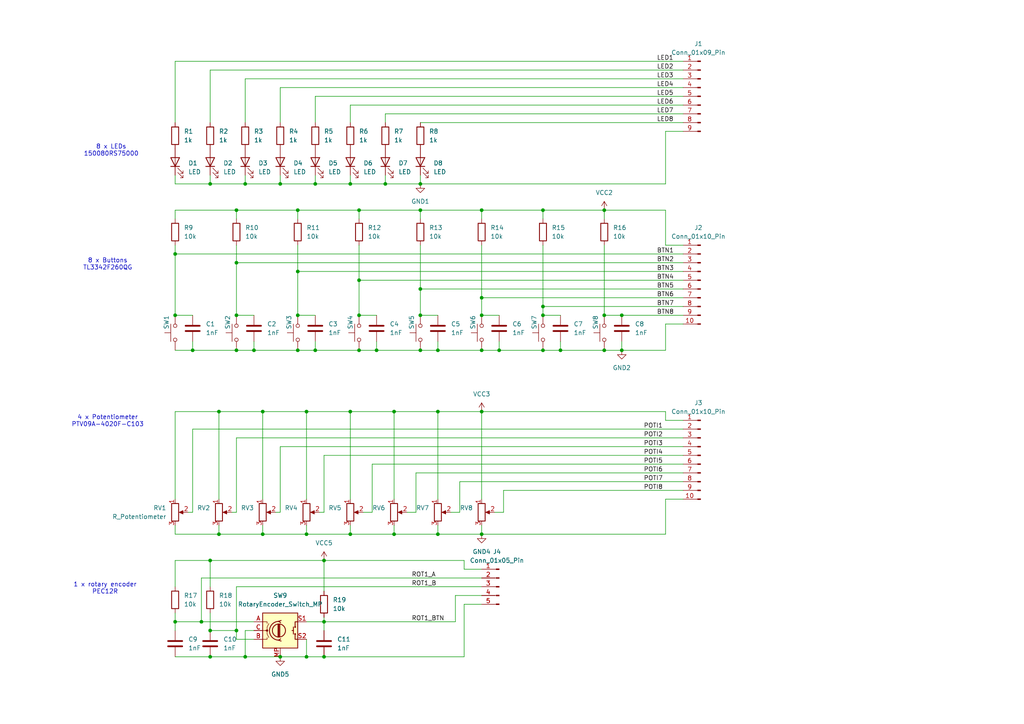
<source format=kicad_sch>
(kicad_sch (version 20231120) (generator "eeschema") (generator_version "8.0")
  (paper "A4")
  (title_block (title "simple user interface") (date "2024-08-25") (rev "a") (company "MEgli"))
  (lib_symbols
    (symbol "Connector:Conn_01x05_Pin" (pin_names (offset 1.016) hide)
      (property "Reference" "J" (at 0 7.62 0))
      (property "Value" "Conn_01x05_Pin" (at 0 -7.62 0))
      (symbol "Conn_01x05_Pin_1_1"
        (polyline (pts (xy 1.27 -5.08) (xy 0.8636 -5.08)) (stroke (width 0.1524)))
        (polyline (pts (xy 1.27 -2.54) (xy 0.8636 -2.54)) (stroke (width 0.1524)))
        (polyline (pts (xy 1.27 0) (xy 0.8636 0)) (stroke (width 0.1524)))
        (polyline (pts (xy 1.27 2.54) (xy 0.8636 2.54)) (stroke (width 0.1524)))
        (polyline (pts (xy 1.27 5.08) (xy 0.8636 5.08)) (stroke (width 0.1524)))
        (rectangle (start 0.8636 -4.953) (end 0 -5.207) (stroke (width 0.1524)) (fill (type outline)))
        (rectangle (start 0.8636 -2.413) (end 0 -2.667) (stroke (width 0.1524)) (fill (type outline)))
        (rectangle (start 0.8636 0.127) (end 0 -0.127) (stroke (width 0.1524)) (fill (type outline)))
        (rectangle (start 0.8636 2.667) (end 0 2.413) (stroke (width 0.1524)) (fill (type outline)))
        (rectangle (start 0.8636 5.207) (end 0 4.953) (stroke (width 0.1524)) (fill (type outline)))
        (pin passive line (at 5.08 5.08 180) (length 3.81) (name "Pin_1") (number "1"))
        (pin passive line (at 5.08 2.54 180) (length 3.81) (name "Pin_2") (number "2"))
        (pin passive line (at 5.08 0 180) (length 3.81) (name "Pin_3") (number "3"))
        (pin passive line (at 5.08 -2.54 180) (length 3.81) (name "Pin_4") (number "4"))
        (pin passive line (at 5.08 -5.08 180) (length 3.81) (name "Pin_5") (number "5"))
      )
    )
    (symbol "Connector:Conn_01x09_Pin" (pin_names (offset 1.016) hide)
      (property "Reference" "J" (at 0 12.7 0))
      (property "Value" "Conn_01x09_Pin" (at 0 -12.7 0))
      (symbol "Conn_01x09_Pin_1_1"
        (polyline (pts (xy 1.27 -10.16) (xy 0.8636 -10.16)) (stroke (width 0.1524)))
        (polyline (pts (xy 1.27 -7.62) (xy 0.8636 -7.62)) (stroke (width 0.1524)))
        (polyline (pts (xy 1.27 -5.08) (xy 0.8636 -5.08)) (stroke (width 0.1524)))
        (polyline (pts (xy 1.27 -2.54) (xy 0.8636 -2.54)) (stroke (width 0.1524)))
        (polyline (pts (xy 1.27 0) (xy 0.8636 0)) (stroke (width 0.1524)))
        (polyline (pts (xy 1.27 2.54) (xy 0.8636 2.54)) (stroke (width 0.1524)))
        (polyline (pts (xy 1.27 5.08) (xy 0.8636 5.08)) (stroke (width 0.1524)))
        (polyline (pts (xy 1.27 7.62) (xy 0.8636 7.62)) (stroke (width 0.1524)))
        (polyline (pts (xy 1.27 10.16) (xy 0.8636 10.16)) (stroke (width 0.1524)))
        (rectangle (start 0.8636 -10.033) (end 0 -10.287) (stroke (width 0.1524)) (fill (type outline)))
        (rectangle (start 0.8636 -7.493) (end 0 -7.747) (stroke (width 0.1524)) (fill (type outline)))
        (rectangle (start 0.8636 -4.953) (end 0 -5.207) (stroke (width 0.1524)) (fill (type outline)))
        (rectangle (start 0.8636 -2.413) (end 0 -2.667) (stroke (width 0.1524)) (fill (type outline)))
        (rectangle (start 0.8636 0.127) (end 0 -0.127) (stroke (width 0.1524)) (fill (type outline)))
        (rectangle (start 0.8636 2.667) (end 0 2.413) (stroke (width 0.1524)) (fill (type outline)))
        (rectangle (start 0.8636 5.207) (end 0 4.953) (stroke (width 0.1524)) (fill (type outline)))
        (rectangle (start 0.8636 7.747) (end 0 7.493) (stroke (width 0.1524)) (fill (type outline)))
        (rectangle (start 0.8636 10.287) (end 0 10.033) (stroke (width 0.1524)) (fill (type outline)))
        (pin passive line (at 5.08 10.16 180) (length 3.81) (name "Pin_1") (number "1"))
        (pin passive line (at 5.08 7.62 180) (length 3.81) (name "Pin_2") (number "2"))
        (pin passive line (at 5.08 5.08 180) (length 3.81) (name "Pin_3") (number "3"))
        (pin passive line (at 5.08 2.54 180) (length 3.81) (name "Pin_4") (number "4"))
        (pin passive line (at 5.08 0 180) (length 3.81) (name "Pin_5") (number "5"))
        (pin passive line (at 5.08 -2.54 180) (length 3.81) (name "Pin_6") (number "6"))
        (pin passive line (at 5.08 -5.08 180) (length 3.81) (name "Pin_7") (number "7"))
        (pin passive line (at 5.08 -7.62 180) (length 3.81) (name "Pin_8") (number "8"))
        (pin passive line (at 5.08 -10.16 180) (length 3.81) (name "Pin_9") (number "9"))
      )
    )
    (symbol "Connector:Conn_01x10_Pin" (pin_names (offset 1.016) hide)
      (property "Reference" "J" (at 0 12.7 0))
      (property "Value" "Conn_01x10_Pin" (at 0 -15.24 0))
      (symbol "Conn_01x10_Pin_1_1"
        (polyline (pts (xy 1.27 -12.7) (xy 0.8636 -12.7)) (stroke (width 0.1524)))
        (polyline (pts (xy 1.27 -10.16) (xy 0.8636 -10.16)) (stroke (width 0.1524)))
        (polyline (pts (xy 1.27 -7.62) (xy 0.8636 -7.62)) (stroke (width 0.1524)))
        (polyline (pts (xy 1.27 -5.08) (xy 0.8636 -5.08)) (stroke (width 0.1524)))
        (polyline (pts (xy 1.27 -2.54) (xy 0.8636 -2.54)) (stroke (width 0.1524)))
        (polyline (pts (xy 1.27 0) (xy 0.8636 0)) (stroke (width 0.1524)))
        (polyline (pts (xy 1.27 2.54) (xy 0.8636 2.54)) (stroke (width 0.1524)))
        (polyline (pts (xy 1.27 5.08) (xy 0.8636 5.08)) (stroke (width 0.1524)))
        (polyline (pts (xy 1.27 7.62) (xy 0.8636 7.62)) (stroke (width 0.1524)))
        (polyline (pts (xy 1.27 10.16) (xy 0.8636 10.16)) (stroke (width 0.1524)))
        (rectangle (start 0.8636 -12.573) (end 0 -12.827) (stroke (width 0.1524)) (fill (type outline)))
        (rectangle (start 0.8636 -10.033) (end 0 -10.287) (stroke (width 0.1524)) (fill (type outline)))
        (rectangle (start 0.8636 -7.493) (end 0 -7.747) (stroke (width 0.1524)) (fill (type outline)))
        (rectangle (start 0.8636 -4.953) (end 0 -5.207) (stroke (width 0.1524)) (fill (type outline)))
        (rectangle (start 0.8636 -2.413) (end 0 -2.667) (stroke (width 0.1524)) (fill (type outline)))
        (rectangle (start 0.8636 0.127) (end 0 -0.127) (stroke (width 0.1524)) (fill (type outline)))
        (rectangle (start 0.8636 2.667) (end 0 2.413) (stroke (width 0.1524)) (fill (type outline)))
        (rectangle (start 0.8636 5.207) (end 0 4.953) (stroke (width 0.1524)) (fill (type outline)))
        (rectangle (start 0.8636 7.747) (end 0 7.493) (stroke (width 0.1524)) (fill (type outline)))
        (rectangle (start 0.8636 10.287) (end 0 10.033) (stroke (width 0.1524)) (fill (type outline)))
        (pin passive line (at 5.08 10.16 180) (length 3.81) (name "Pin_1") (number "1"))
        (pin passive line (at 5.08 -12.7 180) (length 3.81) (name "Pin_10") (number "10"))
        (pin passive line (at 5.08 7.62 180) (length 3.81) (name "Pin_2") (number "2"))
        (pin passive line (at 5.08 5.08 180) (length 3.81) (name "Pin_3") (number "3"))
        (pin passive line (at 5.08 2.54 180) (length 3.81) (name "Pin_4") (number "4"))
        (pin passive line (at 5.08 0 180) (length 3.81) (name "Pin_5") (number "5"))
        (pin passive line (at 5.08 -2.54 180) (length 3.81) (name "Pin_6") (number "6"))
        (pin passive line (at 5.08 -5.08 180) (length 3.81) (name "Pin_7") (number "7"))
        (pin passive line (at 5.08 -7.62 180) (length 3.81) (name "Pin_8") (number "8"))
        (pin passive line (at 5.08 -10.16 180) (length 3.81) (name "Pin_9") (number "9"))
      )
    )
    (symbol "Device:C" (pin_numbers hide) (pin_names (offset 0.254))
      (property "Reference" "C" (at 0.635 2.54 0))
      (property "Value" "C" (at 0.635 -2.54 0))
      (symbol "C_0_1"
        (polyline (pts (xy -2.032 -0.762) (xy 2.032 -0.762)) (stroke (width 0.508)))
        (polyline (pts (xy -2.032 0.762) (xy 2.032 0.762)) (stroke (width 0.508)))
      )
      (symbol "C_1_1"
        (pin passive line (at 0 3.81 270) (length 2.794) (name "~") (number "1"))
        (pin passive line (at 0 -3.81 90) (length 2.794) (name "~") (number "2"))
      )
    )
    (symbol "Device:LED" (pin_numbers hide) (pin_names (offset 1.016) hide)
      (property "Reference" "D" (at 0 2.54 0))
      (property "Value" "LED" (at 0 -2.54 0))
      (symbol "LED_0_1"
        (polyline (pts (xy -1.27 -1.27) (xy -1.27 1.27)) (stroke (width 0.254)))
        (polyline (pts (xy -1.27 0) (xy 1.27 0)))
        (polyline (pts (xy 1.27 -1.27) (xy 1.27 1.27) (xy -1.27 0) (xy 1.27 -1.27)) (stroke (width 0.254)))
        (polyline (pts (xy -3.048 -0.762) (xy -4.572 -2.286) (xy -3.81 -2.286) (xy -4.572 -2.286) (xy -4.572 -1.524)))
        (polyline (pts (xy -1.778 -0.762) (xy -3.302 -2.286) (xy -2.54 -2.286) (xy -3.302 -2.286) (xy -3.302 -1.524)))
      )
      (symbol "LED_1_1"
        (pin passive line (at -3.81 0 0) (length 2.54) (name "K") (number "1"))
        (pin passive line (at 3.81 0 180) (length 2.54) (name "A") (number "2"))
      )
    )
    (symbol "Device:R" (pin_numbers hide) (pin_names (offset 0))
      (property "Reference" "R" (at 2.032 0 90))
      (property "Value" "R" (at 0 0 90))
      (symbol "R_0_1"
        (rectangle (start -1.016 -2.54) (end 1.016 2.54) (stroke (width 0.254)))
      )
      (symbol "R_1_1"
        (pin passive line (at 0 3.81 270) (length 1.27) (name "~") (number "1"))
        (pin passive line (at 0 -3.81 90) (length 1.27) (name "~") (number "2"))
      )
    )
    (symbol "Device:R_Potentiometer" (pin_names (offset 1.016) hide)
      (property "Reference" "RV" (at -4.445 0 90))
      (property "Value" "R_Potentiometer" (at -2.54 0 90))
      (symbol "R_Potentiometer_0_1"
        (polyline (pts (xy 2.54 0) (xy 1.524 0)))
        (polyline (pts (xy 1.143 0) (xy 2.286 0.508) (xy 2.286 -0.508) (xy 1.143 0)) (fill (type outline)))
        (rectangle (start 1.016 2.54) (end -1.016 -2.54) (stroke (width 0.254)))
      )
      (symbol "R_Potentiometer_1_1"
        (pin passive line (at 0 3.81 270) (length 1.27) (name "1") (number "1"))
        (pin passive line (at 3.81 0 180) (length 1.27) (name "2") (number "2"))
        (pin passive line (at 0 -3.81 90) (length 1.27) (name "3") (number "3"))
      )
    )
    (symbol "Device:RotaryEncoder_Switch_MP" (pin_names (offset 0.254) hide)
      (property "Reference" "SW" (at 0 8.89 0))
      (property "Value" "RotaryEncoder_Switch_MP" (at 0 6.35 0))
      (symbol "RotaryEncoder_Switch_MP_0_1"
        (rectangle (start -5.08 5.08) (end 5.08 -5.08) (stroke (width 0.254)) (fill (type background)))
        (circle (center -3.81 0) (radius 0.254) (fill (type outline)))
        (circle (center -0.381 0) (radius 1.905) (stroke (width 0.254)))
        (arc (start -0.381 2.667) (mid -3.0988 -0.0635) (end -0.381 -2.794) (stroke (width 0.254)))
        (polyline (pts (xy -0.635 -1.778) (xy -0.635 1.778)) (stroke (width 0.254)))
        (polyline (pts (xy -0.381 -1.778) (xy -0.381 1.778)) (stroke (width 0.254)))
        (polyline (pts (xy -0.127 1.778) (xy -0.127 -1.778)) (stroke (width 0.254)))
        (polyline (pts (xy 3.81 0) (xy 3.429 0)) (stroke (width 0.254)))
        (polyline (pts (xy 3.81 1.016) (xy 3.81 -1.016)) (stroke (width 0.254)))
        (polyline (pts (xy -5.08 -2.54) (xy -3.81 -2.54) (xy -3.81 -2.032)))
        (polyline (pts (xy -5.08 2.54) (xy -3.81 2.54) (xy -3.81 2.032)))
        (polyline (pts (xy 0.254 -3.048) (xy -0.508 -2.794) (xy 0.127 -2.413)) (stroke (width 0.254)))
        (polyline (pts (xy 0.254 2.921) (xy -0.508 2.667) (xy 0.127 2.286)) (stroke (width 0.254)))
        (polyline (pts (xy 5.08 -2.54) (xy 4.318 -2.54) (xy 4.318 -1.016)) (stroke (width 0.254)))
        (polyline (pts (xy 5.08 2.54) (xy 4.318 2.54) (xy 4.318 1.016)) (stroke (width 0.254)))
        (polyline (pts (xy -5.08 0) (xy -3.81 0) (xy -3.81 -1.016) (xy -3.302 -2.032)))
        (polyline (pts (xy -4.318 0) (xy -3.81 0) (xy -3.81 1.016) (xy -3.302 2.032)))
        (circle (center 4.318 -1.016) (radius 0.127) (stroke (width 0.254)))
        (circle (center 4.318 1.016) (radius 0.127) (stroke (width 0.254)))
      )
      (symbol "RotaryEncoder_Switch_MP_1_1"
        (pin passive line (at -7.62 2.54 0) (length 2.54) (name "A") (number "A"))
        (pin passive line (at -7.62 -2.54 0) (length 2.54) (name "B") (number "B"))
        (pin passive line (at -7.62 0 0) (length 2.54) (name "C") (number "C"))
        (pin passive line (at 0 -7.62 90) (length 2.54) (name "MP") (number "MP"))
        (pin passive line (at 7.62 2.54 180) (length 2.54) (name "S1") (number "S1"))
        (pin passive line (at 7.62 -2.54 180) (length 2.54) (name "S2") (number "S2"))
      )
    )
    (symbol "Switch:SW_Push" (pin_numbers hide) (pin_names (offset 1.016) hide)
      (property "Reference" "SW" (at 1.27 2.54 0))
      (property "Value" "SW_Push" (at 0 -1.524 0))
      (symbol "SW_Push_0_1"
        (circle (center -2.032 0) (radius 0.508))
        (polyline (pts (xy 0 1.27) (xy 0 3.048)))
        (polyline (pts (xy 2.54 1.27) (xy -2.54 1.27)))
        (circle (center 2.032 0) (radius 0.508))
        (pin passive line (at -5.08 0 0) (length 2.54) (name "1") (number "1"))
        (pin passive line (at 5.08 0 180) (length 2.54) (name "2") (number "2"))
      )
    )
    (symbol "power:GND" (power) (pin_numbers hide) (pin_names (offset 0) hide)
      (property "Value" "GND" (at 0 -3.81 0))
      (symbol "GND_0_1"
        (polyline (pts (xy 0 0) (xy 0 -1.27) (xy 1.27 -1.27) (xy 0 -2.54) (xy -1.27 -1.27) (xy 0 -1.27)))
      )
      (symbol "GND_1_1"
        (pin power_in line (at 0 0 270) (length 0) (name "~") (number "1"))
      )
    )
    (symbol "power:VCC" (power) (pin_numbers hide) (pin_names (offset 0) hide)
      (property "Value" "VCC" (at 0 3.556 0))
      (symbol "VCC_0_1"
        (polyline (pts (xy -0.762 1.27) (xy 0 2.54)))
        (polyline (pts (xy 0 0) (xy 0 2.54)))
        (polyline (pts (xy 0 2.54) (xy 0.762 1.27)))
      )
      (symbol "VCC_1_1"
        (pin power_in line (at 0 0 90) (length 0) (name "~") (number "1"))
      )
    )
  )
  (junction (at 121.92 91.44))
  (junction (at 73.66 101.6))
  (junction (at 63.5 154.94))
  (junction (at 63.5 119.38))
  (junction (at 175.26 60.96))
  (junction (at 58.42 180.34))
  (junction (at 60.96 162.56))
  (junction (at 114.3 154.94))
  (junction (at 91.44 53.34))
  (junction (at 50.8 91.44))
  (junction (at 101.6 119.38))
  (junction (at 86.36 101.6))
  (junction (at 104.14 91.44))
  (junction (at 88.9 119.38))
  (junction (at 139.7 154.94))
  (junction (at 71.12 53.34))
  (junction (at 109.22 101.6))
  (junction (at 121.92 101.6))
  (junction (at 127 101.6))
  (junction (at 139.7 91.44))
  (junction (at 88.9 154.94))
  (junction (at 157.48 91.44))
  (junction (at 71.12 190.5))
  (junction (at 86.36 60.96))
  (junction (at 162.56 101.6))
  (junction (at 180.34 91.44))
  (junction (at 60.96 182.88))
  (junction (at 104.14 81.28))
  (junction (at 144.78 101.6))
  (junction (at 91.44 101.6))
  (junction (at 50.8 73.66))
  (junction (at 127 119.38))
  (junction (at 157.48 101.6))
  (junction (at 139.7 119.38))
  (junction (at 157.48 60.96))
  (junction (at 101.6 53.34))
  (junction (at 55.88 101.6))
  (junction (at 68.58 101.6))
  (junction (at 139.7 101.6))
  (junction (at 76.2 119.38))
  (junction (at 93.98 162.56))
  (junction (at 175.26 101.6))
  (junction (at 68.58 182.88))
  (junction (at 50.8 180.34))
  (junction (at 139.7 60.96))
  (junction (at 180.34 101.6))
  (junction (at 68.58 76.2))
  (junction (at 127 154.94))
  (junction (at 68.58 60.96))
  (junction (at 86.36 91.44))
  (junction (at 76.2 154.94))
  (junction (at 88.9 190.5))
  (junction (at 121.92 83.82))
  (junction (at 101.6 154.94))
  (junction (at 121.92 60.96))
  (junction (at 104.14 60.96))
  (junction (at 81.28 190.5))
  (junction (at 93.98 190.5))
  (junction (at 86.36 78.74))
  (junction (at 60.96 53.34))
  (junction (at 93.98 180.34))
  (junction (at 114.3 119.38))
  (junction (at 104.14 101.6))
  (junction (at 157.48 88.9))
  (junction (at 60.96 190.5))
  (junction (at 139.7 86.36))
  (junction (at 111.76 53.34))
  (junction (at 68.58 91.44))
  (junction (at 81.28 53.34))
  (junction (at 121.92 53.34))
  (junction (at 175.26 91.44))
  (wire (pts (xy 139.7 119.38) (xy 193.04 119.38)))
  (wire (pts (xy 73.66 99.06) (xy 73.66 101.6)))
  (wire (pts (xy 134.62 165.1) (xy 134.62 162.56)))
  (wire (pts (xy 91.44 91.44) (xy 86.36 91.44)))
  (wire (pts (xy 104.14 81.28) (xy 198.12 81.28)))
  (wire (pts (xy 71.12 53.34) (xy 81.28 53.34)))
  (wire (pts (xy 130.81 148.59) (xy 133.35 148.59)))
  (wire (pts (xy 114.3 152.4) (xy 114.3 154.94)))
  (wire (pts (xy 114.3 119.38) (xy 127 119.38)))
  (wire (pts (xy 76.2 152.4) (xy 76.2 154.94)))
  (wire (pts (xy 101.6 154.94) (xy 114.3 154.94)))
  (wire (pts (xy 175.26 101.6) (xy 180.34 101.6)))
  (wire (pts (xy 193.04 38.1) (xy 193.04 53.34)))
  (wire (pts (xy 134.62 165.1) (xy 139.7 165.1)))
  (wire (pts (xy 63.5 119.38) (xy 76.2 119.38)))
  (wire (pts (xy 60.96 35.56) (xy 60.96 20.32)))
  (wire (pts (xy 104.14 81.28) (xy 104.14 91.44)))
  (wire (pts (xy 157.48 88.9) (xy 157.48 91.44)))
  (wire (pts (xy 50.8 190.5) (xy 60.96 190.5)))
  (wire (pts (xy 50.8 50.8) (xy 50.8 53.34)))
  (wire (pts (xy 86.36 101.6) (xy 91.44 101.6)))
  (wire (pts (xy 180.34 101.6) (xy 193.04 101.6)))
  (wire (pts (xy 50.8 53.34) (xy 60.96 53.34)))
  (wire (pts (xy 55.88 91.44) (xy 50.8 91.44)))
  (wire (pts (xy 175.26 71.12) (xy 175.26 91.44)))
  (wire (pts (xy 175.26 60.96) (xy 175.26 63.5)))
  (wire (pts (xy 63.5 152.4) (xy 63.5 154.94)))
  (wire (pts (xy 139.7 172.72) (xy 132.08 172.72)))
  (wire (pts (xy 63.5 154.94) (xy 76.2 154.94)))
  (wire (pts (xy 50.8 101.6) (xy 55.88 101.6)))
  (wire (pts (xy 120.65 148.59) (xy 120.65 137.16)))
  (wire (pts (xy 109.22 101.6) (xy 121.92 101.6)))
  (wire (pts (xy 68.58 148.59) (xy 68.58 127)))
  (wire (pts (xy 127 154.94) (xy 139.7 154.94)))
  (wire (pts (xy 127 119.38) (xy 139.7 119.38)))
  (wire (pts (xy 93.98 180.34) (xy 93.98 182.88)))
  (wire (pts (xy 50.8 71.12) (xy 50.8 73.66)))
  (wire (pts (xy 68.58 182.88) (xy 68.58 170.18)))
  (wire (pts (xy 50.8 152.4) (xy 50.8 154.94)))
  (wire (pts (xy 63.5 144.78) (xy 63.5 119.38)))
  (wire (pts (xy 91.44 50.8) (xy 91.44 53.34)))
  (wire (pts (xy 88.9 119.38) (xy 101.6 119.38)))
  (wire (pts (xy 60.96 182.88) (xy 68.58 182.88)))
  (wire (pts (xy 180.34 99.06) (xy 180.34 101.6)))
  (wire (pts (xy 162.56 99.06) (xy 162.56 101.6)))
  (wire (pts (xy 88.9 185.42) (xy 88.9 190.5)))
  (wire (pts (xy 50.8 60.96) (xy 50.8 63.5)))
  (wire (pts (xy 71.12 22.86) (xy 71.12 35.56)))
  (wire (pts (xy 68.58 71.12) (xy 68.58 76.2)))
  (wire (pts (xy 104.14 60.96) (xy 104.14 63.5)))
  (wire (pts (xy 60.96 50.8) (xy 60.96 53.34)))
  (wire (pts (xy 143.51 148.59) (xy 146.05 148.59)))
  (wire (pts (xy 175.26 60.96) (xy 193.04 60.96)))
  (wire (pts (xy 81.28 25.4) (xy 198.12 25.4)))
  (wire (pts (xy 198.12 71.12) (xy 193.04 71.12)))
  (wire (pts (xy 81.28 50.8) (xy 81.28 53.34)))
  (wire (pts (xy 55.88 99.06) (xy 55.88 101.6)))
  (wire (pts (xy 114.3 119.38) (xy 114.3 144.78)))
  (wire (pts (xy 104.14 71.12) (xy 104.14 81.28)))
  (wire (pts (xy 121.92 60.96) (xy 121.92 63.5)))
  (wire (pts (xy 67.31 148.59) (xy 68.58 148.59)))
  (wire (pts (xy 144.78 99.06) (xy 144.78 101.6)))
  (wire (pts (xy 157.48 101.6) (xy 162.56 101.6)))
  (wire (pts (xy 71.12 190.5) (xy 81.28 190.5)))
  (wire (pts (xy 50.8 73.66) (xy 50.8 91.44)))
  (wire (pts (xy 139.7 86.36) (xy 198.12 86.36)))
  (wire (pts (xy 105.41 148.59) (xy 107.95 148.59)))
  (wire (pts (xy 144.78 101.6) (xy 157.48 101.6)))
  (wire (pts (xy 139.7 60.96) (xy 139.7 63.5)))
  (wire (pts (xy 146.05 148.59) (xy 146.05 142.24)))
  (wire (pts (xy 60.96 162.56) (xy 93.98 162.56)))
  (wire (pts (xy 86.36 60.96) (xy 86.36 63.5)))
  (wire (pts (xy 86.36 60.96) (xy 68.58 60.96)))
  (wire (pts (xy 198.12 33.02) (xy 111.76 33.02)))
  (wire (pts (xy 127 101.6) (xy 139.7 101.6)))
  (wire (pts (xy 101.6 50.8) (xy 101.6 53.34)))
  (wire (pts (xy 157.48 60.96) (xy 157.48 63.5)))
  (wire (pts (xy 76.2 119.38) (xy 88.9 119.38)))
  (wire (pts (xy 55.88 101.6) (xy 68.58 101.6)))
  (wire (pts (xy 133.35 139.7) (xy 198.12 139.7)))
  (wire (pts (xy 193.04 71.12) (xy 193.04 60.96)))
  (wire (pts (xy 60.96 20.32) (xy 198.12 20.32)))
  (wire (pts (xy 132.08 172.72) (xy 132.08 180.34)))
  (wire (pts (xy 50.8 170.18) (xy 50.8 162.56)))
  (wire (pts (xy 121.92 60.96) (xy 104.14 60.96)))
  (wire (pts (xy 50.8 119.38) (xy 63.5 119.38)))
  (wire (pts (xy 50.8 144.78) (xy 50.8 119.38)))
  (wire (pts (xy 101.6 119.38) (xy 101.6 144.78)))
  (wire (pts (xy 50.8 180.34) (xy 50.8 182.88)))
  (wire (pts (xy 104.14 60.96) (xy 86.36 60.96)))
  (wire (pts (xy 55.88 148.59) (xy 55.88 124.46)))
  (wire (pts (xy 101.6 53.34) (xy 111.76 53.34)))
  (wire (pts (xy 107.95 148.59) (xy 107.95 134.62)))
  (wire (pts (xy 86.36 71.12) (xy 86.36 78.74)))
  (wire (pts (xy 111.76 50.8) (xy 111.76 53.34)))
  (wire (pts (xy 146.05 142.24) (xy 198.12 142.24)))
  (wire (pts (xy 93.98 179.07) (xy 93.98 180.34)))
  (wire (pts (xy 58.42 180.34) (xy 58.42 167.64)))
  (wire (pts (xy 91.44 27.94) (xy 91.44 35.56)))
  (wire (pts (xy 198.12 144.78) (xy 193.04 144.78)))
  (wire (pts (xy 68.58 127) (xy 198.12 127)))
  (wire (pts (xy 50.8 17.78) (xy 50.8 35.56)))
  (wire (pts (xy 93.98 190.5) (xy 134.62 190.5)))
  (wire (pts (xy 93.98 148.59) (xy 93.98 132.08)))
  (wire (pts (xy 91.44 53.34) (xy 101.6 53.34)))
  (wire (pts (xy 139.7 60.96) (xy 121.92 60.96)))
  (wire (pts (xy 198.12 121.92) (xy 193.04 121.92)))
  (wire (pts (xy 193.04 144.78) (xy 193.04 154.94)))
  (wire (pts (xy 68.58 76.2) (xy 198.12 76.2)))
  (wire (pts (xy 92.71 148.59) (xy 93.98 148.59)))
  (wire (pts (xy 162.56 101.6) (xy 175.26 101.6)))
  (wire (pts (xy 139.7 101.6) (xy 144.78 101.6)))
  (wire (pts (xy 139.7 119.38) (xy 139.7 144.78)))
  (wire (pts (xy 68.58 185.42) (xy 68.58 182.88)))
  (wire (pts (xy 101.6 30.48) (xy 198.12 30.48)))
  (wire (pts (xy 198.12 38.1) (xy 193.04 38.1)))
  (wire (pts (xy 121.92 101.6) (xy 127 101.6)))
  (wire (pts (xy 180.34 91.44) (xy 175.26 91.44)))
  (wire (pts (xy 50.8 162.56) (xy 60.96 162.56)))
  (wire (pts (xy 73.66 101.6) (xy 86.36 101.6)))
  (wire (pts (xy 76.2 119.38) (xy 76.2 144.78)))
  (wire (pts (xy 86.36 78.74) (xy 86.36 91.44)))
  (wire (pts (xy 109.22 91.44) (xy 104.14 91.44)))
  (wire (pts (xy 91.44 101.6) (xy 104.14 101.6)))
  (wire (pts (xy 111.76 33.02) (xy 111.76 35.56)))
  (wire (pts (xy 76.2 154.94) (xy 88.9 154.94)))
  (wire (pts (xy 68.58 170.18) (xy 139.7 170.18)))
  (wire (pts (xy 88.9 180.34) (xy 93.98 180.34)))
  (wire (pts (xy 162.56 91.44) (xy 157.48 91.44)))
  (wire (pts (xy 60.96 162.56) (xy 60.96 170.18)))
  (wire (pts (xy 193.04 93.98) (xy 193.04 101.6)))
  (wire (pts (xy 121.92 35.56) (xy 198.12 35.56)))
  (wire (pts (xy 93.98 132.08) (xy 198.12 132.08)))
  (wire (pts (xy 120.65 137.16) (xy 198.12 137.16)))
  (wire (pts (xy 54.61 148.59) (xy 55.88 148.59)))
  (wire (pts (xy 133.35 148.59) (xy 133.35 139.7)))
  (wire (pts (xy 198.12 17.78) (xy 50.8 17.78)))
  (wire (pts (xy 80.01 148.59) (xy 81.28 148.59)))
  (wire (pts (xy 107.95 134.62) (xy 198.12 134.62)))
  (wire (pts (xy 109.22 99.06) (xy 109.22 101.6)))
  (wire (pts (xy 118.11 148.59) (xy 120.65 148.59)))
  (wire (pts (xy 139.7 60.96) (xy 157.48 60.96)))
  (wire (pts (xy 60.96 177.8) (xy 60.96 182.88)))
  (wire (pts (xy 134.62 175.26) (xy 134.62 190.5)))
  (wire (pts (xy 68.58 101.6) (xy 73.66 101.6)))
  (wire (pts (xy 127 99.06) (xy 127 101.6)))
  (wire (pts (xy 134.62 162.56) (xy 93.98 162.56)))
  (wire (pts (xy 81.28 148.59) (xy 81.28 129.54)))
  (wire (pts (xy 101.6 152.4) (xy 101.6 154.94)))
  (wire (pts (xy 88.9 154.94) (xy 101.6 154.94)))
  (wire (pts (xy 71.12 50.8) (xy 71.12 53.34)))
  (wire (pts (xy 81.28 53.34) (xy 91.44 53.34)))
  (wire (pts (xy 104.14 101.6) (xy 109.22 101.6)))
  (wire (pts (xy 86.36 78.74) (xy 198.12 78.74)))
  (wire (pts (xy 60.96 190.5) (xy 71.12 190.5)))
  (wire (pts (xy 81.28 129.54) (xy 198.12 129.54)))
  (wire (pts (xy 91.44 99.06) (xy 91.44 101.6)))
  (wire (pts (xy 157.48 88.9) (xy 198.12 88.9)))
  (wire (pts (xy 198.12 27.94) (xy 91.44 27.94)))
  (wire (pts (xy 193.04 119.38) (xy 193.04 121.92)))
  (wire (pts (xy 127 91.44) (xy 121.92 91.44)))
  (wire (pts (xy 101.6 35.56) (xy 101.6 30.48)))
  (wire (pts (xy 81.28 190.5) (xy 88.9 190.5)))
  (wire (pts (xy 73.66 180.34) (xy 58.42 180.34)))
  (wire (pts (xy 68.58 76.2) (xy 68.58 91.44)))
  (wire (pts (xy 93.98 180.34) (xy 132.08 180.34)))
  (wire (pts (xy 50.8 73.66) (xy 198.12 73.66)))
  (wire (pts (xy 88.9 119.38) (xy 88.9 144.78)))
  (wire (pts (xy 73.66 91.44) (xy 68.58 91.44)))
  (wire (pts (xy 60.96 53.34) (xy 71.12 53.34)))
  (wire (pts (xy 121.92 50.8) (xy 121.92 53.34)))
  (wire (pts (xy 121.92 71.12) (xy 121.92 83.82)))
  (wire (pts (xy 101.6 119.38) (xy 114.3 119.38)))
  (wire (pts (xy 111.76 53.34) (xy 121.92 53.34)))
  (wire (pts (xy 144.78 91.44) (xy 139.7 91.44)))
  (wire (pts (xy 139.7 86.36) (xy 139.7 91.44)))
  (wire (pts (xy 93.98 162.56) (xy 93.98 171.45)))
  (wire (pts (xy 88.9 152.4) (xy 88.9 154.94)))
  (wire (pts (xy 139.7 175.26) (xy 134.62 175.26)))
  (wire (pts (xy 157.48 71.12) (xy 157.48 88.9)))
  (wire (pts (xy 55.88 124.46) (xy 198.12 124.46)))
  (wire (pts (xy 50.8 154.94) (xy 63.5 154.94)))
  (wire (pts (xy 121.92 83.82) (xy 121.92 91.44)))
  (wire (pts (xy 139.7 152.4) (xy 139.7 154.94)))
  (wire (pts (xy 71.12 182.88) (xy 71.12 190.5)))
  (wire (pts (xy 58.42 180.34) (xy 50.8 180.34)))
  (wire (pts (xy 139.7 71.12) (xy 139.7 86.36)))
  (wire (pts (xy 68.58 60.96) (xy 50.8 60.96)))
  (wire (pts (xy 50.8 177.8) (xy 50.8 180.34)))
  (wire (pts (xy 198.12 22.86) (xy 71.12 22.86)))
  (wire (pts (xy 121.92 83.82) (xy 198.12 83.82)))
  (wire (pts (xy 68.58 60.96) (xy 68.58 63.5)))
  (wire (pts (xy 139.7 154.94) (xy 193.04 154.94)))
  (wire (pts (xy 58.42 167.64) (xy 139.7 167.64)))
  (wire (pts (xy 198.12 93.98) (xy 193.04 93.98)))
  (wire (pts (xy 127 152.4) (xy 127 154.94)))
  (wire (pts (xy 88.9 190.5) (xy 93.98 190.5)))
  (wire (pts (xy 73.66 182.88) (xy 71.12 182.88)))
  (wire (pts (xy 127 119.38) (xy 127 144.78)))
  (wire (pts (xy 121.92 53.34) (xy 193.04 53.34)))
  (wire (pts (xy 73.66 185.42) (xy 68.58 185.42)))
  (wire (pts (xy 157.48 60.96) (xy 175.26 60.96)))
  (wire (pts (xy 81.28 35.56) (xy 81.28 25.4)))
  (wire (pts (xy 114.3 154.94) (xy 127 154.94)))
  (wire (pts (xy 180.34 91.44) (xy 198.12 91.44)))
  (text "8 x LEDs\n150080RS75000" (at 32.258 43.688 0) (effects (font (size 1.27 1.27))))
  (text "4 x Potentiometer\nPTV09A-4020F-C103" (at 31.242 122.174 0) (effects (font (size 1.27 1.27))))
  (text "8 x Buttons\nTL3342F260QG" (at 31.242 76.708 0) (effects (font (size 1.27 1.27))))
  (text "1 x rotary encoder\nPEC12R" (at 30.48 170.688 0) (effects (font (size 1.27 1.27))))
  (label "BTN1" (at 190.5 73.66 0))
  (label "POTI2" (at 186.69 127 0))
  (label "ROT1_A" (at 119.38 167.64 0))
  (label "LED2" (at 190.5 20.32 0))
  (label "BTN4" (at 190.5 81.28 0))
  (label "BTN7" (at 190.5 88.9 0))
  (label "POTI8" (at 186.69 142.24 0))
  (label "LED1" (at 190.5 17.78 0))
  (label "LED7" (at 190.5 33.02 0))
  (label "BTN3" (at 190.5 78.74 0))
  (label "LED4" (at 190.5 25.4 0))
  (label "POTI1" (at 186.69 124.46 0))
  (label "BTN6" (at 190.5 86.36 0))
  (label "ROT1_BTN" (at 119.38 180.34 0))
  (label "POTI6" (at 186.69 137.16 0))
  (label "LED6" (at 190.5 30.48 0))
  (label "POTI3" (at 186.69 129.54 0))
  (label "ROT1_B" (at 119.38 170.18 0))
  (label "BTN8" (at 190.5 91.44 0))
  (label "BTN5" (at 190.5 83.82 0))
  (label "POTI5" (at 186.69 134.62 0))
  (label "LED8" (at 190.5 35.56 0))
  (label "POTI7" (at 186.69 139.7 0))
  (label "LED3" (at 190.5 22.86 0))
  (label "LED5" (at 190.5 27.94 0))
  (label "BTN2" (at 190.5 76.2 0))
  (label "POTI4" (at 186.69 132.08 0))
  (symbol (lib_id "Device:C") (at 109.22 95.25 0) (unit 1)
    (property "Reference" "C4" (at 113.03 93.9799 0) (effects (justify left)))
    (property "Value" "1nF" (at 113.03 96.5199 0) (effects (justify left)))
    (property "Footprint" "Capacitor_SMD:C_0603_1608Metric_Pad1.08x0.95mm_HandSolder" (effects (hide yes)))
    (property "Description" "Unpolarized capacitor" (effects (hide yes)))
  )
  (symbol (lib_id "Device:R") (at 86.36 67.31 0) (unit 1)
    (property "Reference" "R11" (at 88.9 66.0399 0) (effects (justify left)))
    (property "Value" "10k" (at 88.9 68.5799 0) (effects (justify left)))
    (property "Footprint" "Resistor_SMD:R_0603_1608Metric_Pad0.98x0.95mm_HandSolder" (effects (hide yes)))
    (property "Description" "Resistor" (effects (hide yes)))
  )
  (symbol (lib_id "power:VCC") (at 175.26 60.96 0) (unit 1)
    (property "Reference" "#PWR03" (effects (hide yes)))
    (property "Value" "VCC2" (at 175.26 55.88 0))
    (property "Description" "Power symbol creates a global label with name \"VCC\"" (effects (hide yes)))
  )
  (symbol (lib_id "Device:C") (at 73.66 95.25 0) (unit 1)
    (property "Reference" "C2" (at 77.47 93.9799 0) (effects (justify left)))
    (property "Value" "1nF" (at 77.47 96.5199 0) (effects (justify left)))
    (property "Footprint" "Capacitor_SMD:C_0603_1608Metric_Pad1.08x0.95mm_HandSolder" (effects (hide yes)))
    (property "Description" "Unpolarized capacitor" (effects (hide yes)))
  )
  (symbol (lib_id "Device:R") (at 50.8 39.37 0) (unit 1)
    (property "Reference" "R1" (at 53.34 38.0999 0) (effects (justify left)))
    (property "Value" "1k" (at 53.34 40.6399 0) (effects (justify left)))
    (property "Footprint" "Resistor_SMD:R_0603_1608Metric_Pad0.98x0.95mm_HandSolder" (effects (hide yes)))
    (property "Description" "Resistor" (effects (hide yes)))
  )
  (symbol (lib_id "Device:C") (at 91.44 95.25 0) (unit 1)
    (property "Reference" "C3" (at 95.25 93.9799 0) (effects (justify left)))
    (property "Value" "1nF" (at 95.25 96.5199 0) (effects (justify left)))
    (property "Footprint" "Capacitor_SMD:C_0603_1608Metric_Pad1.08x0.95mm_HandSolder" (effects (hide yes)))
    (property "Description" "Unpolarized capacitor" (effects (hide yes)))
  )
  (symbol (lib_id "Device:R") (at 175.26 67.31 0) (unit 1)
    (property "Reference" "R16" (at 177.8 66.0399 0) (effects (justify left)))
    (property "Value" "10k" (at 177.8 68.5799 0) (effects (justify left)))
    (property "Footprint" "Resistor_SMD:R_0603_1608Metric_Pad0.98x0.95mm_HandSolder" (effects (hide yes)))
    (property "Description" "Resistor" (effects (hide yes)))
  )
  (symbol (lib_id "power:GND") (at 121.92 53.34 0) (unit 1)
    (property "Reference" "#PWR01" (effects (hide yes)))
    (property "Value" "GND1" (at 121.92 58.42 0))
    (property "Description" "Power symbol creates a global label with name \"GND\" , ground" (effects (hide yes)))
  )
  (symbol (lib_id "Device:R_Potentiometer") (at 63.5 148.59 0) (unit 1)
    (property "Reference" "RV2" (at 60.96 147.3199 0) (effects (justify right)))
    (property "Value" "R_Potentiometer" (effects (hide yes)))
    (property "Footprint" "Potentiometer_THT:Potentiometer_Bourns_PTV09A-1_Single_Vertical" (effects (hide yes)))
    (property "Description" "Potentiometer" (effects (hide yes)))
  )
  (symbol (lib_id "Device:C") (at 127 95.25 0) (unit 1)
    (property "Reference" "C5" (at 130.81 93.9799 0) (effects (justify left)))
    (property "Value" "1nF" (at 130.81 96.5199 0) (effects (justify left)))
    (property "Footprint" "Capacitor_SMD:C_0603_1608Metric_Pad1.08x0.95mm_HandSolder" (effects (hide yes)))
    (property "Description" "Unpolarized capacitor" (effects (hide yes)))
  )
  (symbol (lib_id "Device:LED") (at 81.28 46.99 90) (unit 1)
    (property "Reference" "D4" (at 85.09 47.3074 90) (effects (justify right)))
    (property "Value" "LED" (at 85.09 49.8474 90) (effects (justify right)))
    (property "Footprint" "LED_SMD:LED_0805_2012Metric_Pad1.15x1.40mm_HandSolder" (effects (hide yes)))
    (property "Description" "Light emitting diode" (effects (hide yes)))
  )
  (symbol (lib_id "Switch:SW_Push") (at 121.92 96.52 90) (unit 1)
    (property "Reference" "SW5" (at 119.38 91.44 0) (effects (justify right)))
    (property "Value" "SW_Push" (effects (hide yes)))
    (property "Footprint" "Button_Switch_SMD:SW_SPST_TL3342" (effects (hide yes)))
    (property "Description" "Push button switch, generic, two pins" (effects (hide yes)))
  )
  (symbol (lib_id "Connector:Conn_01x05_Pin") (at 144.78 170.18 0) (mirror y) (unit 1)
    (property "Reference" "J4" (at 144.145 160.02 0))
    (property "Value" "Conn_01x05_Pin" (at 144.145 162.56 0))
    (property "Footprint" "Connector_PinSocket_1.27mm:PinSocket_1x05_P1.27mm_Vertical" (effects (hide yes)))
    (property "Description" "Generic connector, single row, 01x05, script generated" (effects (hide yes)))
  )
  (symbol (lib_id "Device:R") (at 60.96 39.37 0) (unit 1)
    (property "Reference" "R2" (at 63.5 38.0999 0) (effects (justify left)))
    (property "Value" "1k" (at 63.5 40.6399 0) (effects (justify left)))
    (property "Footprint" "Resistor_SMD:R_0603_1608Metric_Pad0.98x0.95mm_HandSolder" (effects (hide yes)))
    (property "Description" "Resistor" (effects (hide yes)))
  )
  (symbol (lib_id "Device:R") (at 139.7 67.31 0) (unit 1)
    (property "Reference" "R14" (at 142.24 66.0399 0) (effects (justify left)))
    (property "Value" "10k" (at 142.24 68.5799 0) (effects (justify left)))
    (property "Footprint" "Resistor_SMD:R_0603_1608Metric_Pad0.98x0.95mm_HandSolder" (effects (hide yes)))
    (property "Description" "Resistor" (effects (hide yes)))
  )
  (symbol (lib_id "Device:R_Potentiometer") (at 139.7 148.59 0) (unit 1)
    (property "Reference" "RV8" (at 137.16 147.3199 0) (effects (justify right)))
    (property "Value" "R_Potentiometer" (effects (hide yes)))
    (property "Footprint" "Potentiometer_THT:Potentiometer_Bourns_PTV09A-1_Single_Vertical" (effects (hide yes)))
    (property "Description" "Potentiometer" (effects (hide yes)))
  )
  (symbol (lib_id "Device:C") (at 93.98 186.69 0) (unit 1)
    (property "Reference" "C11" (at 97.79 185.4199 0) (effects (justify left)))
    (property "Value" "1nF" (at 97.79 187.9599 0) (effects (justify left)))
    (property "Footprint" "Capacitor_SMD:C_0603_1608Metric_Pad1.08x0.95mm_HandSolder" (effects (hide yes)))
    (property "Description" "Unpolarized capacitor" (effects (hide yes)))
  )
  (symbol (lib_id "Device:R") (at 121.92 39.37 0) (unit 1)
    (property "Reference" "R8" (at 124.46 38.0999 0) (effects (justify left)))
    (property "Value" "1k" (at 124.46 40.6399 0) (effects (justify left)))
    (property "Footprint" "Resistor_SMD:R_0603_1608Metric_Pad0.98x0.95mm_HandSolder" (effects (hide yes)))
    (property "Description" "Resistor" (effects (hide yes)))
  )
  (symbol (lib_id "Device:LED") (at 121.92 46.99 90) (unit 1)
    (property "Reference" "D8" (at 125.73 47.3074 90) (effects (justify right)))
    (property "Value" "LED" (at 125.73 49.8474 90) (effects (justify right)))
    (property "Footprint" "LED_SMD:LED_0805_2012Metric_Pad1.15x1.40mm_HandSolder" (effects (hide yes)))
    (property "Description" "Light emitting diode" (effects (hide yes)))
  )
  (symbol (lib_id "Device:LED") (at 111.76 46.99 90) (unit 1)
    (property "Reference" "D7" (at 115.57 47.3074 90) (effects (justify right)))
    (property "Value" "LED" (at 115.57 49.8474 90) (effects (justify right)))
    (property "Footprint" "LED_SMD:LED_0805_2012Metric_Pad1.15x1.40mm_HandSolder" (effects (hide yes)))
    (property "Description" "Light emitting diode" (effects (hide yes)))
  )
  (symbol (lib_id "Device:C") (at 50.8 186.69 0) (unit 1)
    (property "Reference" "C9" (at 54.61 185.4199 0) (effects (justify left)))
    (property "Value" "1nF" (at 54.61 187.9599 0) (effects (justify left)))
    (property "Footprint" "Capacitor_SMD:C_0603_1608Metric_Pad1.08x0.95mm_HandSolder" (effects (hide yes)))
    (property "Description" "Unpolarized capacitor" (effects (hide yes)))
  )
  (symbol (lib_id "Device:R") (at 50.8 67.31 0) (unit 1)
    (property "Reference" "R9" (at 53.34 66.0399 0) (effects (justify left)))
    (property "Value" "10k" (at 53.34 68.5799 0) (effects (justify left)))
    (property "Footprint" "Resistor_SMD:R_0603_1608Metric_Pad0.98x0.95mm_HandSolder" (effects (hide yes)))
    (property "Description" "Resistor" (effects (hide yes)))
  )
  (symbol (lib_id "Device:R") (at 81.28 39.37 0) (unit 1)
    (property "Reference" "R4" (at 83.82 38.0999 0) (effects (justify left)))
    (property "Value" "1k" (at 83.82 40.6399 0) (effects (justify left)))
    (property "Footprint" "Resistor_SMD:R_0603_1608Metric_Pad0.98x0.95mm_HandSolder" (effects (hide yes)))
    (property "Description" "Resistor" (effects (hide yes)))
  )
  (symbol (lib_id "Device:RotaryEncoder_Switch_MP") (at 81.28 182.88 0) (unit 1)
    (property "Reference" "SW9" (at 81.28 172.72 0))
    (property "Value" "RotaryEncoder_Switch_MP" (at 81.28 175.26 0))
    (property "Footprint" "Rotary_Encoder:RotaryEncoder_Bourns_Vertical_PEC12R-3x17F-Sxxxx" (effects (hide yes)))
    (property "Description" "Rotary encoder, dual channel, incremental quadrate outputs, with switch and MP Pin" (effects (hide yes)))
  )
  (symbol (lib_id "Device:R_Potentiometer") (at 50.8 148.59 0) (unit 1)
    (property "Reference" "RV1" (at 48.26 147.3199 0) (effects (justify right)))
    (property "Value" "R_Potentiometer" (at 48.26 149.8599 0) (effects (justify right)))
    (property "Footprint" "Potentiometer_THT:Potentiometer_Bourns_PTV09A-1_Single_Vertical" (effects (hide yes)))
    (property "Description" "Potentiometer" (effects (hide yes)))
  )
  (symbol (lib_id "Device:R_Potentiometer") (at 88.9 148.59 0) (unit 1)
    (property "Reference" "RV4" (at 86.36 147.3199 0) (effects (justify right)))
    (property "Value" "R_Potentiometer" (effects (hide yes)))
    (property "Footprint" "Potentiometer_THT:Potentiometer_Bourns_PTV09A-1_Single_Vertical" (effects (hide yes)))
    (property "Description" "Potentiometer" (effects (hide yes)))
  )
  (symbol (lib_id "Device:R_Potentiometer") (at 101.6 148.59 0) (unit 1)
    (property "Reference" "RV5" (at 99.06 147.3199 0) (effects (justify right)))
    (property "Value" "R_Potentiometer" (effects (hide yes)))
    (property "Footprint" "Potentiometer_THT:Potentiometer_Bourns_PTV09A-1_Single_Vertical" (effects (hide yes)))
    (property "Description" "Potentiometer" (effects (hide yes)))
  )
  (symbol (lib_id "Switch:SW_Push") (at 68.58 96.52 90) (unit 1)
    (property "Reference" "SW2" (at 66.04 91.44 0) (effects (justify right)))
    (property "Value" "SW_Push" (effects (hide yes)))
    (property "Footprint" "Button_Switch_SMD:SW_SPST_TL3342" (effects (hide yes)))
    (property "Description" "Push button switch, generic, two pins" (effects (hide yes)))
  )
  (symbol (lib_id "Device:R") (at 93.98 175.26 0) (unit 1)
    (property "Reference" "R19" (at 96.52 173.9899 0) (effects (justify left)))
    (property "Value" "10k" (at 96.52 176.5299 0) (effects (justify left)))
    (property "Footprint" "Resistor_SMD:R_0603_1608Metric_Pad0.98x0.95mm_HandSolder" (effects (hide yes)))
    (property "Description" "Resistor" (effects (hide yes)))
  )
  (symbol (lib_id "Device:R") (at 68.58 67.31 0) (unit 1)
    (property "Reference" "R10" (at 71.12 66.0399 0) (effects (justify left)))
    (property "Value" "10k" (at 71.12 68.5799 0) (effects (justify left)))
    (property "Footprint" "Resistor_SMD:R_0603_1608Metric_Pad0.98x0.95mm_HandSolder" (effects (hide yes)))
    (property "Description" "Resistor" (effects (hide yes)))
  )
  (symbol (lib_id "Connector:Conn_01x10_Pin") (at 203.2 81.28 0) (mirror y) (unit 1)
    (property "Reference" "J2" (at 202.565 66.04 0))
    (property "Value" "Conn_01x10_Pin" (at 202.565 68.58 0))
    (property "Footprint" "Connector_PinSocket_1.27mm:PinSocket_1x10_P1.27mm_Vertical" (effects (hide yes)))
    (property "Description" "Generic connector, single row, 01x10, script generated" (effects (hide yes)))
  )
  (symbol (lib_id "Device:LED") (at 101.6 46.99 90) (unit 1)
    (property "Reference" "D6" (at 105.41 47.3074 90) (effects (justify right)))
    (property "Value" "LED" (at 105.41 49.8474 90) (effects (justify right)))
    (property "Footprint" "LED_SMD:LED_0805_2012Metric_Pad1.15x1.40mm_HandSolder" (effects (hide yes)))
    (property "Description" "Light emitting diode" (effects (hide yes)))
  )
  (symbol (lib_id "Device:C") (at 180.34 95.25 0) (unit 1)
    (property "Reference" "C8" (at 184.15 93.9799 0) (effects (justify left)))
    (property "Value" "1nF" (at 184.15 96.5199 0) (effects (justify left)))
    (property "Footprint" "Capacitor_SMD:C_0603_1608Metric_Pad1.08x0.95mm_HandSolder" (effects (hide yes)))
    (property "Description" "Unpolarized capacitor" (effects (hide yes)))
  )
  (symbol (lib_id "Device:R") (at 111.76 39.37 0) (unit 1)
    (property "Reference" "R7" (at 114.3 38.0999 0) (effects (justify left)))
    (property "Value" "1k" (at 114.3 40.6399 0) (effects (justify left)))
    (property "Footprint" "Resistor_SMD:R_0603_1608Metric_Pad0.98x0.95mm_HandSolder" (effects (hide yes)))
    (property "Description" "Resistor" (effects (hide yes)))
  )
  (symbol (lib_id "power:VCC") (at 93.98 162.56 0) (unit 1)
    (property "Reference" "#PWR07" (effects (hide yes)))
    (property "Value" "VCC5" (at 93.98 157.48 0))
    (property "Description" "Power symbol creates a global label with name \"VCC\"" (effects (hide yes)))
  )
  (symbol (lib_id "Device:R") (at 91.44 39.37 0) (unit 1)
    (property "Reference" "R5" (at 93.98 38.0999 0) (effects (justify left)))
    (property "Value" "1k" (at 93.98 40.6399 0) (effects (justify left)))
    (property "Footprint" "Resistor_SMD:R_0603_1608Metric_Pad0.98x0.95mm_HandSolder" (effects (hide yes)))
    (property "Description" "Resistor" (effects (hide yes)))
  )
  (symbol (lib_id "Device:LED") (at 60.96 46.99 90) (unit 1)
    (property "Reference" "D2" (at 64.77 47.3074 90) (effects (justify right)))
    (property "Value" "LED" (at 64.77 49.8474 90) (effects (justify right)))
    (property "Footprint" "LED_SMD:LED_0805_2012Metric_Pad1.15x1.40mm_HandSolder" (effects (hide yes)))
    (property "Description" "Light emitting diode" (effects (hide yes)))
  )
  (symbol (lib_id "Device:R") (at 104.14 67.31 0) (unit 1)
    (property "Reference" "R12" (at 106.68 66.0399 0) (effects (justify left)))
    (property "Value" "10k" (at 106.68 68.5799 0) (effects (justify left)))
    (property "Footprint" "Resistor_SMD:R_0603_1608Metric_Pad0.98x0.95mm_HandSolder" (effects (hide yes)))
    (property "Description" "Resistor" (effects (hide yes)))
  )
  (symbol (lib_id "Switch:SW_Push") (at 157.48 96.52 90) (unit 1)
    (property "Reference" "SW7" (at 154.94 91.44 0) (effects (justify right)))
    (property "Value" "SW_Push" (effects (hide yes)))
    (property "Footprint" "Button_Switch_SMD:SW_SPST_TL3342" (effects (hide yes)))
    (property "Description" "Push button switch, generic, two pins" (effects (hide yes)))
  )
  (symbol (lib_id "Device:LED") (at 91.44 46.99 90) (unit 1)
    (property "Reference" "D5" (at 95.25 47.3074 90) (effects (justify right)))
    (property "Value" "LED" (at 95.25 49.8474 90) (effects (justify right)))
    (property "Footprint" "LED_SMD:LED_0805_2012Metric_Pad1.15x1.40mm_HandSolder" (effects (hide yes)))
    (property "Description" "Light emitting diode" (effects (hide yes)))
  )
  (symbol (lib_id "Switch:SW_Push") (at 50.8 96.52 90) (unit 1)
    (property "Reference" "SW1" (at 48.26 91.44 0) (effects (justify right)))
    (property "Value" "SW_Push" (effects (hide yes)))
    (property "Footprint" "Button_Switch_SMD:SW_SPST_TL3342" (effects (hide yes)))
    (property "Description" "Push button switch, generic, two pins" (effects (hide yes)))
  )
  (symbol (lib_id "Device:R") (at 101.6 39.37 0) (unit 1)
    (property "Reference" "R6" (at 104.14 38.0999 0) (effects (justify left)))
    (property "Value" "1k" (at 104.14 40.6399 0) (effects (justify left)))
    (property "Footprint" "Resistor_SMD:R_0603_1608Metric_Pad0.98x0.95mm_HandSolder" (effects (hide yes)))
    (property "Description" "Resistor" (effects (hide yes)))
  )
  (symbol (lib_id "Connector:Conn_01x09_Pin") (at 203.2 27.94 0) (mirror y) (unit 1)
    (property "Reference" "J1" (at 202.565 12.7 0))
    (property "Value" "Conn_01x09_Pin" (at 202.565 15.24 0))
    (property "Footprint" "Connector_PinSocket_1.27mm:PinSocket_1x09_P1.27mm_Vertical" (effects (hide yes)))
    (property "Description" "Generic connector, single row, 01x09, script generated" (effects (hide yes)))
  )
  (symbol (lib_id "Device:R_Potentiometer") (at 76.2 148.59 0) (unit 1)
    (property "Reference" "RV3" (at 73.66 147.3199 0) (effects (justify right)))
    (property "Value" "R_Potentiometer" (effects (hide yes)))
    (property "Footprint" "Potentiometer_THT:Potentiometer_Bourns_PTV09A-1_Single_Vertical" (effects (hide yes)))
    (property "Description" "Potentiometer" (effects (hide yes)))
  )
  (symbol (lib_id "Device:LED") (at 71.12 46.99 90) (unit 1)
    (property "Reference" "D3" (at 74.93 47.3074 90) (effects (justify right)))
    (property "Value" "LED" (at 74.93 49.8474 90) (effects (justify right)))
    (property "Footprint" "LED_SMD:LED_0805_2012Metric_Pad1.15x1.40mm_HandSolder" (effects (hide yes)))
    (property "Description" "Light emitting diode" (effects (hide yes)))
  )
  (symbol (lib_id "Device:C") (at 144.78 95.25 0) (unit 1)
    (property "Reference" "C6" (at 148.59 93.9799 0) (effects (justify left)))
    (property "Value" "1nF" (at 148.59 96.5199 0) (effects (justify left)))
    (property "Footprint" "Capacitor_SMD:C_0603_1608Metric_Pad1.08x0.95mm_HandSolder" (effects (hide yes)))
    (property "Description" "Unpolarized capacitor" (effects (hide yes)))
  )
  (symbol (lib_id "power:GND") (at 180.34 101.6 0) (unit 1)
    (property "Reference" "#PWR02" (effects (hide yes)))
    (property "Value" "GND2" (at 180.34 106.68 0))
    (property "Description" "Power symbol creates a global label with name \"GND\" , ground" (effects (hide yes)))
  )
  (symbol (lib_id "Switch:SW_Push") (at 139.7 96.52 90) (unit 1)
    (property "Reference" "SW6" (at 137.16 91.44 0) (effects (justify right)))
    (property "Value" "SW_Push" (effects (hide yes)))
    (property "Footprint" "Button_Switch_SMD:SW_SPST_TL3342" (effects (hide yes)))
    (property "Description" "Push button switch, generic, two pins" (effects (hide yes)))
  )
  (symbol (lib_id "Switch:SW_Push") (at 104.14 96.52 90) (unit 1)
    (property "Reference" "SW4" (at 101.6 91.44 0) (effects (justify right)))
    (property "Value" "SW_Push" (effects (hide yes)))
    (property "Footprint" "Button_Switch_SMD:SW_SPST_TL3342" (effects (hide yes)))
    (property "Description" "Push button switch, generic, two pins" (effects (hide yes)))
  )
  (symbol (lib_id "Device:C") (at 60.96 186.69 0) (unit 1)
    (property "Reference" "C10" (at 64.77 185.4199 0) (effects (justify left)))
    (property "Value" "1nF" (at 64.77 187.9599 0) (effects (justify left)))
    (property "Footprint" "Capacitor_SMD:C_0603_1608Metric_Pad1.08x0.95mm_HandSolder" (effects (hide yes)))
    (property "Description" "Unpolarized capacitor" (effects (hide yes)))
  )
  (symbol (lib_id "power:GND") (at 139.7 154.94 0) (unit 1)
    (property "Reference" "#PWR04" (effects (hide yes)))
    (property "Value" "GND4" (at 139.7 160.02 0))
    (property "Description" "Power symbol creates a global label with name \"GND\" , ground" (effects (hide yes)))
  )
  (symbol (lib_id "Device:R_Potentiometer") (at 127 148.59 0) (unit 1)
    (property "Reference" "RV7" (at 124.46 147.3199 0) (effects (justify right)))
    (property "Value" "R_Potentiometer" (effects (hide yes)))
    (property "Footprint" "Potentiometer_THT:Potentiometer_Bourns_PTV09A-1_Single_Vertical" (effects (hide yes)))
    (property "Description" "Potentiometer" (effects (hide yes)))
  )
  (symbol (lib_id "Connector:Conn_01x10_Pin") (at 203.2 132.08 0) (mirror y) (unit 1)
    (property "Reference" "J3" (at 202.565 116.84 0))
    (property "Value" "Conn_01x10_Pin" (at 202.565 119.38 0))
    (property "Footprint" "Connector_PinSocket_1.27mm:PinSocket_1x10_P1.27mm_Vertical" (effects (hide yes)))
    (property "Description" "Generic connector, single row, 01x10, script generated" (effects (hide yes)))
  )
  (symbol (lib_id "power:GND") (at 81.28 190.5 0) (unit 1)
    (property "Reference" "#PWR06" (effects (hide yes)))
    (property "Value" "GND5" (at 81.28 195.58 0))
    (property "Description" "Power symbol creates a global label with name \"GND\" , ground" (effects (hide yes)))
  )
  (symbol (lib_id "Device:R") (at 121.92 67.31 0) (unit 1)
    (property "Reference" "R13" (at 124.46 66.0399 0) (effects (justify left)))
    (property "Value" "10k" (at 124.46 68.5799 0) (effects (justify left)))
    (property "Footprint" "Resistor_SMD:R_0603_1608Metric_Pad0.98x0.95mm_HandSolder" (effects (hide yes)))
    (property "Description" "Resistor" (effects (hide yes)))
  )
  (symbol (lib_id "Device:R") (at 50.8 173.99 0) (unit 1)
    (property "Reference" "R17" (at 53.34 172.7199 0) (effects (justify left)))
    (property "Value" "10k" (at 53.34 175.2599 0) (effects (justify left)))
    (property "Footprint" "Resistor_SMD:R_0603_1608Metric_Pad0.98x0.95mm_HandSolder" (effects (hide yes)))
    (property "Description" "Resistor" (effects (hide yes)))
  )
  (symbol (lib_id "Switch:SW_Push") (at 86.36 96.52 90) (unit 1)
    (property "Reference" "SW3" (at 83.82 91.44 0) (effects (justify right)))
    (property "Value" "SW_Push" (effects (hide yes)))
    (property "Footprint" "Button_Switch_SMD:SW_SPST_TL3342" (effects (hide yes)))
    (property "Description" "Push button switch, generic, two pins" (effects (hide yes)))
  )
  (symbol (lib_id "Switch:SW_Push") (at 175.26 96.52 90) (unit 1)
    (property "Reference" "SW8" (at 172.72 91.44 0) (effects (justify right)))
    (property "Value" "SW_Push" (effects (hide yes)))
    (property "Footprint" "Button_Switch_SMD:SW_SPST_TL3342" (effects (hide yes)))
    (property "Description" "Push button switch, generic, two pins" (effects (hide yes)))
  )
  (symbol (lib_id "Device:C") (at 55.88 95.25 0) (unit 1)
    (property "Reference" "C1" (at 59.69 93.9799 0) (effects (justify left)))
    (property "Value" "1nF" (at 59.69 96.5199 0) (effects (justify left)))
    (property "Footprint" "Capacitor_SMD:C_0603_1608Metric_Pad1.08x0.95mm_HandSolder" (effects (hide yes)))
    (property "Description" "Unpolarized capacitor" (effects (hide yes)))
  )
  (symbol (lib_id "Device:R") (at 71.12 39.37 0) (unit 1)
    (property "Reference" "R3" (at 73.66 38.0999 0) (effects (justify left)))
    (property "Value" "1k" (at 73.66 40.6399 0) (effects (justify left)))
    (property "Footprint" "Resistor_SMD:R_0603_1608Metric_Pad0.98x0.95mm_HandSolder" (effects (hide yes)))
    (property "Description" "Resistor" (effects (hide yes)))
  )
  (symbol (lib_id "Device:LED") (at 50.8 46.99 90) (unit 1)
    (property "Reference" "D1" (at 54.61 47.3074 90) (effects (justify right)))
    (property "Value" "LED" (at 54.61 49.8474 90) (effects (justify right)))
    (property "Footprint" "LED_SMD:LED_0805_2012Metric_Pad1.15x1.40mm_HandSolder" (effects (hide yes)))
    (property "Description" "Light emitting diode" (effects (hide yes)))
  )
  (symbol (lib_id "Device:R_Potentiometer") (at 114.3 148.59 0) (unit 1)
    (property "Reference" "RV6" (at 111.76 147.3199 0) (effects (justify right)))
    (property "Value" "R_Potentiometer" (effects (hide yes)))
    (property "Footprint" "Potentiometer_THT:Potentiometer_Bourns_PTV09A-1_Single_Vertical" (effects (hide yes)))
    (property "Description" "Potentiometer" (effects (hide yes)))
  )
  (symbol (lib_id "Device:R") (at 60.96 173.99 0) (unit 1)
    (property "Reference" "R18" (at 63.5 172.7199 0) (effects (justify left)))
    (property "Value" "10k" (at 63.5 175.2599 0) (effects (justify left)))
    (property "Footprint" "Resistor_SMD:R_0603_1608Metric_Pad0.98x0.95mm_HandSolder" (effects (hide yes)))
    (property "Description" "Resistor" (effects (hide yes)))
  )
  (symbol (lib_id "Device:C") (at 162.56 95.25 0) (unit 1)
    (property "Reference" "C7" (at 166.37 93.9799 0) (effects (justify left)))
    (property "Value" "1nF" (at 166.37 96.5199 0) (effects (justify left)))
    (property "Footprint" "Capacitor_SMD:C_0603_1608Metric_Pad1.08x0.95mm_HandSolder" (effects (hide yes)))
    (property "Description" "Unpolarized capacitor" (effects (hide yes)))
  )
  (symbol (lib_id "Device:R") (at 157.48 67.31 0) (unit 1)
    (property "Reference" "R15" (at 160.02 66.0399 0) (effects (justify left)))
    (property "Value" "10k" (at 160.02 68.5799 0) (effects (justify left)))
    (property "Footprint" "Resistor_SMD:R_0603_1608Metric_Pad0.98x0.95mm_HandSolder" (effects (hide yes)))
    (property "Description" "Resistor" (effects (hide yes)))
  )
  (symbol (lib_id "power:VCC") (at 139.7 119.38 0) (unit 1)
    (property "Reference" "#PWR05" (effects (hide yes)))
    (property "Value" "VCC3" (at 139.7 114.3 0))
    (property "Description" "Power symbol creates a global label with name \"VCC\"" (effects (hide yes)))
  )
)
</source>
